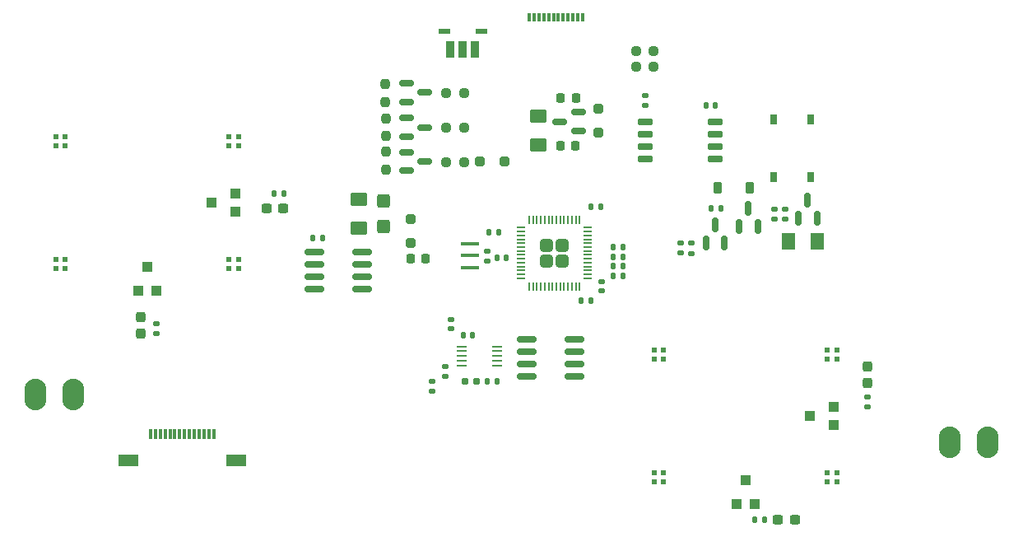
<source format=gbr>
G04 #@! TF.GenerationSoftware,KiCad,Pcbnew,7.0.2*
G04 #@! TF.CreationDate,2023-05-05T22:18:37-07:00*
G04 #@! TF.ProjectId,procon_gcc_main_pcb,70726f63-6f6e-45f6-9763-635f6d61696e,1*
G04 #@! TF.SameCoordinates,Original*
G04 #@! TF.FileFunction,Paste,Top*
G04 #@! TF.FilePolarity,Positive*
%FSLAX46Y46*%
G04 Gerber Fmt 4.6, Leading zero omitted, Abs format (unit mm)*
G04 Created by KiCad (PCBNEW 7.0.2) date 2023-05-05 22:18:37*
%MOMM*%
%LPD*%
G01*
G04 APERTURE LIST*
G04 Aperture macros list*
%AMRoundRect*
0 Rectangle with rounded corners*
0 $1 Rounding radius*
0 $2 $3 $4 $5 $6 $7 $8 $9 X,Y pos of 4 corners*
0 Add a 4 corners polygon primitive as box body*
4,1,4,$2,$3,$4,$5,$6,$7,$8,$9,$2,$3,0*
0 Add four circle primitives for the rounded corners*
1,1,$1+$1,$2,$3*
1,1,$1+$1,$4,$5*
1,1,$1+$1,$6,$7*
1,1,$1+$1,$8,$9*
0 Add four rect primitives between the rounded corners*
20,1,$1+$1,$2,$3,$4,$5,0*
20,1,$1+$1,$4,$5,$6,$7,0*
20,1,$1+$1,$6,$7,$8,$9,0*
20,1,$1+$1,$8,$9,$2,$3,0*%
G04 Aperture macros list end*
%ADD10R,0.950000X1.700000*%
%ADD11R,0.900000X1.700000*%
%ADD12R,1.200000X0.600000*%
%ADD13R,1.000000X1.000000*%
%ADD14RoundRect,0.135000X0.185000X-0.135000X0.185000X0.135000X-0.185000X0.135000X-0.185000X-0.135000X0*%
%ADD15RoundRect,0.135000X0.135000X0.185000X-0.135000X0.185000X-0.135000X-0.185000X0.135000X-0.185000X0*%
%ADD16R,0.550000X0.550000*%
%ADD17RoundRect,0.225000X-0.225000X-0.375000X0.225000X-0.375000X0.225000X0.375000X-0.225000X0.375000X0*%
%ADD18RoundRect,0.140000X-0.140000X-0.170000X0.140000X-0.170000X0.140000X0.170000X-0.140000X0.170000X0*%
%ADD19RoundRect,0.135000X-0.185000X0.135000X-0.185000X-0.135000X0.185000X-0.135000X0.185000X0.135000X0*%
%ADD20RoundRect,0.150000X-0.825000X-0.150000X0.825000X-0.150000X0.825000X0.150000X-0.825000X0.150000X0*%
%ADD21RoundRect,0.237500X-0.237500X0.300000X-0.237500X-0.300000X0.237500X-0.300000X0.237500X0.300000X0*%
%ADD22RoundRect,0.150000X-0.587500X-0.150000X0.587500X-0.150000X0.587500X0.150000X-0.587500X0.150000X0*%
%ADD23RoundRect,0.135000X-0.135000X-0.185000X0.135000X-0.185000X0.135000X0.185000X-0.135000X0.185000X0*%
%ADD24RoundRect,0.237500X0.300000X0.237500X-0.300000X0.237500X-0.300000X-0.237500X0.300000X-0.237500X0*%
%ADD25RoundRect,0.250001X-0.624999X0.462499X-0.624999X-0.462499X0.624999X-0.462499X0.624999X0.462499X0*%
%ADD26RoundRect,0.237500X-0.237500X0.250000X-0.237500X-0.250000X0.237500X-0.250000X0.237500X0.250000X0*%
%ADD27RoundRect,0.150000X0.150000X-0.587500X0.150000X0.587500X-0.150000X0.587500X-0.150000X-0.587500X0*%
%ADD28RoundRect,0.140000X0.140000X0.170000X-0.140000X0.170000X-0.140000X-0.170000X0.140000X-0.170000X0*%
%ADD29RoundRect,0.249999X-0.395001X0.395001X-0.395001X-0.395001X0.395001X-0.395001X0.395001X0.395001X0*%
%ADD30RoundRect,0.050000X-0.050000X0.387500X-0.050000X-0.387500X0.050000X-0.387500X0.050000X0.387500X0*%
%ADD31RoundRect,0.050000X-0.387500X0.050000X-0.387500X-0.050000X0.387500X-0.050000X0.387500X0.050000X0*%
%ADD32RoundRect,0.140000X-0.170000X0.140000X-0.170000X-0.140000X0.170000X-0.140000X0.170000X0.140000X0*%
%ADD33RoundRect,0.250000X-0.250000X-0.250000X0.250000X-0.250000X0.250000X0.250000X-0.250000X0.250000X0*%
%ADD34RoundRect,0.250001X0.624999X-0.462499X0.624999X0.462499X-0.624999X0.462499X-0.624999X-0.462499X0*%
%ADD35RoundRect,0.250000X0.250000X-0.250000X0.250000X0.250000X-0.250000X0.250000X-0.250000X-0.250000X0*%
%ADD36RoundRect,0.237500X0.250000X0.237500X-0.250000X0.237500X-0.250000X-0.237500X0.250000X-0.237500X0*%
%ADD37RoundRect,0.250001X-0.462499X-0.624999X0.462499X-0.624999X0.462499X0.624999X-0.462499X0.624999X0*%
%ADD38O,2.250000X3.250000*%
%ADD39RoundRect,0.237500X-0.300000X-0.237500X0.300000X-0.237500X0.300000X0.237500X-0.300000X0.237500X0*%
%ADD40RoundRect,0.225000X0.225000X0.250000X-0.225000X0.250000X-0.225000X-0.250000X0.225000X-0.250000X0*%
%ADD41RoundRect,0.160000X0.197500X0.160000X-0.197500X0.160000X-0.197500X-0.160000X0.197500X-0.160000X0*%
%ADD42R,1.900000X0.400000*%
%ADD43RoundRect,0.250000X0.425000X-0.450000X0.425000X0.450000X-0.425000X0.450000X-0.425000X-0.450000X0*%
%ADD44RoundRect,0.150000X0.587500X0.150000X-0.587500X0.150000X-0.587500X-0.150000X0.587500X-0.150000X0*%
%ADD45R,0.750000X1.000000*%
%ADD46RoundRect,0.140000X0.170000X-0.140000X0.170000X0.140000X-0.170000X0.140000X-0.170000X-0.140000X0*%
%ADD47RoundRect,0.225000X-0.225000X-0.250000X0.225000X-0.250000X0.225000X0.250000X-0.225000X0.250000X0*%
%ADD48R,2.000000X1.300000*%
%ADD49R,0.300000X1.000000*%
%ADD50R,0.300000X0.900000*%
%ADD51RoundRect,0.150000X-0.650000X-0.150000X0.650000X-0.150000X0.650000X0.150000X-0.650000X0.150000X0*%
%ADD52R,0.990000X0.250000*%
%ADD53RoundRect,0.237500X-0.250000X-0.237500X0.250000X-0.237500X0.250000X0.237500X-0.250000X0.237500X0*%
G04 APERTURE END LIST*
D10*
X127608519Y-102390000D03*
D11*
X128883519Y-102390000D03*
D10*
X130158519Y-102390000D03*
D12*
X126983519Y-100490000D03*
X130783519Y-100490000D03*
D13*
X105510000Y-119060000D03*
X105510000Y-117160000D03*
X103010000Y-118110000D03*
D14*
X152392760Y-123334312D03*
X152392760Y-122314312D03*
D15*
X145378378Y-124674084D03*
X144358378Y-124674084D03*
D16*
X166395000Y-134200000D03*
X167345000Y-134200000D03*
X167345000Y-133250000D03*
X166395000Y-133250000D03*
D17*
X155085499Y-116574786D03*
X158385499Y-116574786D03*
D18*
X128911941Y-131724768D03*
X129871941Y-131724768D03*
D19*
X162021317Y-118784380D03*
X162021317Y-119804380D03*
D14*
X170474623Y-139088477D03*
X170474623Y-138068477D03*
D20*
X113605156Y-123184537D03*
X113605156Y-124454537D03*
X113605156Y-125724537D03*
X113605156Y-126994537D03*
X118555156Y-126994537D03*
X118555156Y-125724537D03*
X118555156Y-124454537D03*
X118555156Y-123184537D03*
D21*
X95719149Y-129860546D03*
X95719149Y-131585546D03*
D22*
X123105000Y-105860000D03*
X123105000Y-107760000D03*
X124980000Y-106810000D03*
X123092500Y-112930000D03*
X123092500Y-114830000D03*
X124967500Y-113880000D03*
D23*
X131570000Y-121131418D03*
X132590000Y-121131418D03*
D24*
X163035987Y-150709479D03*
X161310987Y-150709479D03*
D16*
X87035000Y-124910000D03*
X87985000Y-124910000D03*
X87985000Y-123960000D03*
X87035000Y-123960000D03*
D25*
X136652000Y-109256500D03*
X136652000Y-112231500D03*
D26*
X120944000Y-109456500D03*
X120944000Y-111281500D03*
D27*
X163403973Y-119704893D03*
X165303973Y-119704893D03*
X164353973Y-117829893D03*
D28*
X154868965Y-108099075D03*
X153908965Y-108099075D03*
D29*
X139100000Y-122500000D03*
X137500000Y-122500000D03*
X139100000Y-124100000D03*
X137500000Y-124100000D03*
D30*
X140900000Y-119862500D03*
X140500000Y-119862500D03*
X140100000Y-119862500D03*
X139700000Y-119862500D03*
X139300000Y-119862500D03*
X138900000Y-119862500D03*
X138500000Y-119862500D03*
X138100000Y-119862500D03*
X137700000Y-119862500D03*
X137300000Y-119862500D03*
X136900000Y-119862500D03*
X136500000Y-119862500D03*
X136100000Y-119862500D03*
X135700000Y-119862500D03*
D31*
X134862500Y-120700000D03*
X134862500Y-121100000D03*
X134862500Y-121500000D03*
X134862500Y-121900000D03*
X134862500Y-122300000D03*
X134862500Y-122700000D03*
X134862500Y-123100000D03*
X134862500Y-123500000D03*
X134862500Y-123900000D03*
X134862500Y-124300000D03*
X134862500Y-124700000D03*
X134862500Y-125100000D03*
X134862500Y-125500000D03*
X134862500Y-125900000D03*
D30*
X135700000Y-126737500D03*
X136100000Y-126737500D03*
X136500000Y-126737500D03*
X136900000Y-126737500D03*
X137300000Y-126737500D03*
X137700000Y-126737500D03*
X138100000Y-126737500D03*
X138500000Y-126737500D03*
X138900000Y-126737500D03*
X139300000Y-126737500D03*
X139700000Y-126737500D03*
X140100000Y-126737500D03*
X140500000Y-126737500D03*
X140900000Y-126737500D03*
D31*
X141737500Y-125900000D03*
X141737500Y-125500000D03*
X141737500Y-125100000D03*
X141737500Y-124700000D03*
X141737500Y-124300000D03*
X141737500Y-123900000D03*
X141737500Y-123500000D03*
X141737500Y-123100000D03*
X141737500Y-122700000D03*
X141737500Y-122300000D03*
X141737500Y-121900000D03*
X141737500Y-121500000D03*
X141737500Y-121100000D03*
X141737500Y-120700000D03*
D16*
X104835000Y-112260000D03*
X105785000Y-112260000D03*
X105785000Y-111310000D03*
X104835000Y-111310000D03*
D32*
X143120000Y-126220000D03*
X143120000Y-127180000D03*
D26*
X120937000Y-112897500D03*
X120937000Y-114722500D03*
D33*
X130628718Y-113924462D03*
X133128718Y-113924462D03*
D34*
X118166000Y-120723000D03*
X118166000Y-117748000D03*
D15*
X114420687Y-121792642D03*
X113400687Y-121792642D03*
D35*
X123500000Y-122300000D03*
X123500000Y-119800000D03*
D28*
X133361612Y-123799940D03*
X132401612Y-123799940D03*
D36*
X128992500Y-113940000D03*
X127167500Y-113940000D03*
D19*
X160950598Y-118782478D03*
X160950598Y-119802478D03*
D32*
X125677895Y-136517403D03*
X125677895Y-137477403D03*
D13*
X157020000Y-149150000D03*
X158920000Y-149150000D03*
X157970000Y-146650000D03*
D37*
X162366473Y-122067393D03*
X165341473Y-122067393D03*
D38*
X178969000Y-142769000D03*
X182869000Y-142769000D03*
D27*
X153905499Y-122292286D03*
X155805499Y-122292286D03*
X154855499Y-120417286D03*
D15*
X145383475Y-125698631D03*
X144363475Y-125698631D03*
D39*
X108666261Y-118752827D03*
X110391261Y-118752827D03*
D40*
X125075000Y-123925000D03*
X123525000Y-123925000D03*
D16*
X148595000Y-146850000D03*
X149545000Y-146850000D03*
X149545000Y-145900000D03*
X148595000Y-145900000D03*
D41*
X130290156Y-136513529D03*
X129095156Y-136513529D03*
D14*
X147669721Y-108165507D03*
X147669721Y-107145507D03*
D42*
X129650000Y-122375000D03*
X129650000Y-123575000D03*
X129650000Y-124775000D03*
D18*
X142075728Y-118581565D03*
X143035728Y-118581565D03*
D16*
X87035000Y-112260000D03*
X87985000Y-112260000D03*
X87985000Y-111310000D03*
X87035000Y-111310000D03*
D43*
X120706000Y-120622000D03*
X120706000Y-117922000D03*
D21*
X170473456Y-134962081D03*
X170473456Y-136687081D03*
D16*
X166395000Y-146850000D03*
X167345000Y-146850000D03*
X167345000Y-145900000D03*
X166395000Y-145900000D03*
D22*
X123092500Y-109440000D03*
X123092500Y-111340000D03*
X124967500Y-110390000D03*
D44*
X140745500Y-110744500D03*
X140745500Y-108844500D03*
X138870500Y-109794500D03*
D23*
X158903877Y-150712723D03*
X159923877Y-150712723D03*
D45*
X164635000Y-109540000D03*
X164635000Y-115540000D03*
X160885000Y-109540000D03*
X160885000Y-115540000D03*
D13*
X95460000Y-127210000D03*
X97360000Y-127210000D03*
X96410000Y-124710000D03*
D23*
X109422853Y-117232830D03*
X110442853Y-117232830D03*
D46*
X127655941Y-131102768D03*
X127655941Y-130142768D03*
D28*
X142040000Y-128160000D03*
X141080000Y-128160000D03*
D47*
X138913000Y-112324500D03*
X140463000Y-112324500D03*
D28*
X145330000Y-123675000D03*
X144370000Y-123675000D03*
X145327989Y-122665768D03*
X144367989Y-122665768D03*
D48*
X94450000Y-144625000D03*
X105550000Y-144625000D03*
D49*
X96750000Y-141925000D03*
X97250000Y-141925000D03*
X97750000Y-141925000D03*
X98250000Y-141925000D03*
X98750000Y-141925000D03*
X99250000Y-141925000D03*
X99750000Y-141925000D03*
X100250000Y-141925000D03*
X100750000Y-141925000D03*
X101250000Y-141925000D03*
X101750000Y-141925000D03*
X102250000Y-141925000D03*
X102750000Y-141925000D03*
X103250000Y-141925000D03*
D27*
X157305499Y-120612286D03*
X159205499Y-120612286D03*
X158255499Y-118737286D03*
D36*
X128982500Y-110380000D03*
X127157500Y-110380000D03*
D50*
X141210000Y-99035000D03*
X140710000Y-99035000D03*
X140210000Y-99035000D03*
X139710000Y-99035000D03*
X139210000Y-99035000D03*
X138710000Y-99035000D03*
X138210000Y-99035000D03*
X137710000Y-99035000D03*
X137210000Y-99035000D03*
X136710000Y-99035000D03*
X136210000Y-99035000D03*
X135710000Y-99035000D03*
D20*
X135447000Y-132207000D03*
X135447000Y-133477000D03*
X135447000Y-134747000D03*
X135447000Y-136017000D03*
X140397000Y-136017000D03*
X140397000Y-134747000D03*
X140397000Y-133477000D03*
X140397000Y-132207000D03*
D51*
X147671042Y-109789917D03*
X147671042Y-111059917D03*
X147671042Y-112329917D03*
X147671042Y-113599917D03*
X154871042Y-113599917D03*
X154871042Y-112329917D03*
X154871042Y-111059917D03*
X154871042Y-109789917D03*
D36*
X128992500Y-106880000D03*
X127167500Y-106880000D03*
D14*
X131420884Y-124153577D03*
X131420884Y-123133577D03*
D38*
X84897081Y-137826004D03*
X88797081Y-137826004D03*
D19*
X97335344Y-130585018D03*
X97335344Y-131605018D03*
D40*
X140508000Y-107344500D03*
X138958000Y-107344500D03*
D16*
X104835000Y-124910000D03*
X105785000Y-124910000D03*
X105785000Y-123960000D03*
X104835000Y-123960000D03*
D26*
X120930000Y-105967500D03*
X120930000Y-107792500D03*
D23*
X131408570Y-136513371D03*
X132428570Y-136513371D03*
D15*
X155475499Y-118684786D03*
X154455499Y-118684786D03*
D52*
X128786941Y-132904768D03*
X128786941Y-133404768D03*
X128786941Y-133904768D03*
X128786941Y-134404768D03*
X128786941Y-134904768D03*
X132396941Y-134904768D03*
X132396941Y-134404768D03*
X132396941Y-133904768D03*
X132396941Y-133404768D03*
X132396941Y-132904768D03*
D53*
X146687500Y-102550000D03*
X148512500Y-102550000D03*
D13*
X167070000Y-141000000D03*
X167070000Y-139100000D03*
X164570000Y-140050000D03*
D35*
X142794000Y-110954500D03*
X142794000Y-108454500D03*
D16*
X148595000Y-134200000D03*
X149545000Y-134200000D03*
X149545000Y-133250000D03*
X148595000Y-133250000D03*
D19*
X151314832Y-122308704D03*
X151314832Y-123328704D03*
D53*
X146687500Y-104150000D03*
X148512500Y-104150000D03*
D14*
X127081776Y-136005280D03*
X127081776Y-134985280D03*
M02*

</source>
